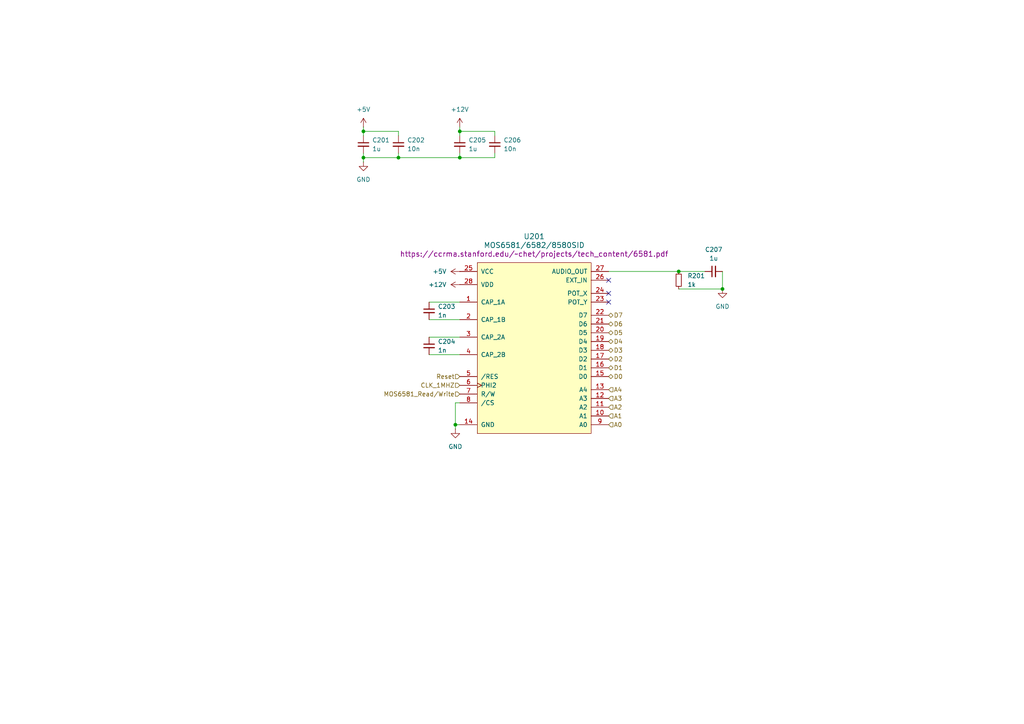
<source format=kicad_sch>
(kicad_sch (version 20231120) (generator "eeschema") (generator_version "8.0")
  (paper "A4")
  (lib_symbols
    (symbol "AOI-sound-MOS6581-6582-8580SID:MOS6581/6582/8580SID" (pin_names (offset 1.016))
      (property "Reference" "U" (at -16.51 25.4 0))
      (property "Value" "MOS6581{slash}6582{slash}8580SID" (at 16.51 25.4 0))
      (symbol "MOS6581/6582/8580SID_0_1"
        (rectangle (start -16.51 24.13) (end 16.51 -25.4) (fill (type background)))
      )
      (symbol "MOS6581/6582/8580SID_1_1"
        (pin passive line (at -21.59 12.7 0) (length 5.08) (name "CAP_1A") (number "1"))
        (pin input line (at 21.59 -20.32 180) (length 5.08) (name "A1") (number "10"))
        (pin input line (at 21.59 -17.78 180) (length 5.08) (name "A2") (number "11"))
        (pin input line (at 21.59 -15.24 180) (length 5.08) (name "A3") (number "12"))
        (pin input line (at 21.59 -12.7 180) (length 5.08) (name "A4") (number "13"))
        (pin power_in line (at -21.59 -22.86 0) (length 5.08) (name "GND") (number "14"))
        (pin bidirectional line (at 21.59 -8.89 180) (length 5.08) (name "D0") (number "15"))
        (pin bidirectional line (at 21.59 -6.35 180) (length 5.08) (name "D1") (number "16"))
        (pin bidirectional line (at 21.59 -3.81 180) (length 5.08) (name "D2") (number "17"))
        (pin bidirectional line (at 21.59 -1.27 180) (length 5.08) (name "D3") (number "18"))
        (pin bidirectional line (at 21.59 1.27 180) (length 5.08) (name "D4") (number "19"))
        (pin passive line (at -21.59 7.62 0) (length 5.08) (name "CAP_1B") (number "2"))
        (pin bidirectional line (at 21.59 3.81 180) (length 5.08) (name "D5") (number "20"))
        (pin bidirectional line (at 21.59 6.35 180) (length 5.08) (name "D6") (number "21"))
        (pin bidirectional line (at 21.59 8.89 180) (length 5.08) (name "D7") (number "22"))
        (pin input line (at 21.59 12.7 180) (length 5.08) (name "POT_Y") (number "23"))
        (pin input line (at 21.59 15.24 180) (length 5.08) (name "POT_X") (number "24"))
        (pin power_in line (at -21.59 21.59 0) (length 5.08) (name "VCC") (number "25"))
        (pin input line (at 21.59 19.05 180) (length 5.08) (name "EXT_IN") (number "26"))
        (pin input line (at 21.59 21.59 180) (length 5.08) (name "AUDIO_OUT") (number "27"))
        (pin power_in line (at -21.59 17.78 0) (length 5.08) (name "VDD") (number "28"))
        (pin passive line (at -21.59 2.54 0) (length 5.08) (name "CAP_2A") (number "3"))
        (pin passive line (at -21.59 -2.54 0) (length 5.08) (name "CAP_2B") (number "4"))
        (pin input line (at -21.59 -8.89 0) (length 5.08) (name "/RES") (number "5"))
        (pin input clock (at -21.59 -11.43 0) (length 5.08) (name "PHI2") (number "6"))
        (pin input line (at -21.59 -13.97 0) (length 5.08) (name "R/W") (number "7"))
        (pin input line (at -21.59 -16.51 0) (length 5.08) (name "/CS") (number "8"))
        (pin input line (at 21.59 -22.86 180) (length 5.08) (name "A0") (number "9"))
      )
    )
    (symbol "Device:C_Small" (pin_numbers hide) (pin_names (offset 0.254) hide)
      (property "Reference" "C" (at 0.254 1.778 0))
      (property "Value" "C_Small" (at 0.254 -2.032 0))
      (symbol "C_Small_0_1"
        (polyline (pts (xy -1.524 -0.508) (xy 1.524 -0.508)) (stroke (width 0.3302)))
        (polyline (pts (xy -1.524 0.508) (xy 1.524 0.508)) (stroke (width 0.3048)))
      )
      (symbol "C_Small_1_1"
        (pin passive line (at 0 2.54 270) (length 2.032) (name "~") (number "1"))
        (pin passive line (at 0 -2.54 90) (length 2.032) (name "~") (number "2"))
      )
    )
    (symbol "Device:R_Small" (pin_numbers hide) (pin_names (offset 0.254) hide)
      (property "Reference" "R" (at 0.762 0.508 0))
      (property "Value" "R_Small" (at 0.762 -1.016 0))
      (symbol "R_Small_0_1"
        (rectangle (start -0.762 1.778) (end 0.762 -1.778) (stroke (width 0.2032)))
      )
      (symbol "R_Small_1_1"
        (pin passive line (at 0 2.54 270) (length 0.762) (name "~") (number "1"))
        (pin passive line (at 0 -2.54 90) (length 0.762) (name "~") (number "2"))
      )
    )
    (symbol "power:+12V" (power) (pin_numbers hide) (pin_names (offset 0) hide)
      (property "Value" "+12V" (at 0 3.556 0))
      (symbol "+12V_0_1"
        (polyline (pts (xy -0.762 1.27) (xy 0 2.54)))
        (polyline (pts (xy 0 0) (xy 0 2.54)))
        (polyline (pts (xy 0 2.54) (xy 0.762 1.27)))
      )
      (symbol "+12V_1_1"
        (pin power_in line (at 0 0 90) (length 0) (name "~") (number "1"))
      )
    )
    (symbol "power:+5V" (power) (pin_numbers hide) (pin_names (offset 0) hide)
      (property "Value" "+5V" (at 0 3.556 0))
      (symbol "+5V_0_1"
        (polyline (pts (xy -0.762 1.27) (xy 0 2.54)))
        (polyline (pts (xy 0 0) (xy 0 2.54)))
        (polyline (pts (xy 0 2.54) (xy 0.762 1.27)))
      )
      (symbol "+5V_1_1"
        (pin power_in line (at 0 0 90) (length 0) (name "~") (number "1"))
      )
    )
    (symbol "power:GND" (power) (pin_numbers hide) (pin_names (offset 0) hide)
      (property "Value" "GND" (at 0 -3.81 0))
      (symbol "GND_0_1"
        (polyline (pts (xy 0 0) (xy 0 -1.27) (xy 1.27 -1.27) (xy 0 -2.54) (xy -1.27 -1.27) (xy 0 -1.27)))
      )
      (symbol "GND_1_1"
        (pin power_in line (at 0 0 270) (length 0) (name "~") (number "1"))
      )
    )
  )
  (junction (at 133.35 38.1))
  (junction (at 133.35 45.72))
  (junction (at 115.57 45.72))
  (junction (at 196.85 78.74))
  (junction (at 209.55 83.82))
  (junction (at 105.41 45.72))
  (junction (at 132.08 123.19))
  (junction (at 105.41 38.1))
  (no_connect (at 176.53 81.28))
  (no_connect (at 176.53 85.09))
  (no_connect (at 176.53 87.63))
  (wire (pts (xy 105.41 45.72) (xy 105.41 46.99)))
  (wire (pts (xy 105.41 36.83) (xy 105.41 38.1)))
  (wire (pts (xy 115.57 45.72) (xy 133.35 45.72)))
  (wire (pts (xy 132.08 124.46) (xy 132.08 123.19)))
  (wire (pts (xy 176.53 78.74) (xy 196.85 78.74)))
  (wire (pts (xy 209.55 78.74) (xy 209.55 83.82)))
  (wire (pts (xy 133.35 38.1) (xy 143.51 38.1)))
  (wire (pts (xy 132.08 123.19) (xy 133.35 123.19)))
  (wire (pts (xy 132.08 116.84) (xy 133.35 116.84)))
  (wire (pts (xy 124.46 87.63) (xy 133.35 87.63)))
  (wire (pts (xy 143.51 39.37) (xy 143.51 38.1)))
  (wire (pts (xy 105.41 38.1) (xy 115.57 38.1)))
  (wire (pts (xy 209.55 83.82) (xy 196.85 83.82)))
  (wire (pts (xy 115.57 39.37) (xy 115.57 38.1)))
  (wire (pts (xy 105.41 45.72) (xy 115.57 45.72)))
  (wire (pts (xy 133.35 38.1) (xy 133.35 39.37)))
  (wire (pts (xy 124.46 102.87) (xy 133.35 102.87)))
  (wire (pts (xy 115.57 44.45) (xy 115.57 45.72)))
  (wire (pts (xy 204.47 78.74) (xy 196.85 78.74)))
  (wire (pts (xy 124.46 97.79) (xy 133.35 97.79)))
  (wire (pts (xy 105.41 44.45) (xy 105.41 45.72)))
  (wire (pts (xy 143.51 44.45) (xy 143.51 45.72)))
  (wire (pts (xy 105.41 38.1) (xy 105.41 39.37)))
  (wire (pts (xy 133.35 45.72) (xy 143.51 45.72)))
  (wire (pts (xy 133.35 44.45) (xy 133.35 45.72)))
  (wire (pts (xy 132.08 123.19) (xy 132.08 116.84)))
  (wire (pts (xy 133.35 36.83) (xy 133.35 38.1)))
  (wire (pts (xy 124.46 92.71) (xy 133.35 92.71)))
  (hierarchical_label "CLK_1MHZ" (shape input) (at 133.35 111.76 180))
  (hierarchical_label "Reset" (shape input) (at 133.35 109.22 180))
  (hierarchical_label "A2" (shape input) (at 176.53 118.11 0))
  (hierarchical_label "D5" (shape bidirectional) (at 176.53 96.52 0))
  (hierarchical_label "D2" (shape bidirectional) (at 176.53 104.14 0))
  (hierarchical_label "A1" (shape input) (at 176.53 120.65 0))
  (hierarchical_label "D6" (shape bidirectional) (at 176.53 93.98 0))
  (hierarchical_label "A0" (shape input) (at 176.53 123.19 0))
  (hierarchical_label "MOS6581_Read{slash}Write" (shape input) (at 133.35 114.3 180))
  (hierarchical_label "D7" (shape bidirectional) (at 176.53 91.44 0))
  (hierarchical_label "D0" (shape bidirectional) (at 176.53 109.22 0))
  (hierarchical_label "A4" (shape input) (at 176.53 113.03 0))
  (hierarchical_label "D1" (shape bidirectional) (at 176.53 106.68 0))
  (hierarchical_label "D3" (shape bidirectional) (at 176.53 101.6 0))
  (hierarchical_label "D4" (shape bidirectional) (at 176.53 99.06 0))
  (hierarchical_label "A3" (shape input) (at 176.53 115.57 0))
  (symbol (lib_id "power:GND") (at 105.41 46.99 0) (unit 1)
    (property "Reference" "#PWR0202" (effects (hide yes)))
    (property "Value" "GND" (at 105.41 52.07 0))
    (property "Description" "Power symbol creates a global label with name \"GND\" , ground" (effects (hide yes)))
  )
  (symbol (lib_id "Device:C_Small") (at 207.01 78.74 90) (unit 1)
    (property "Reference" "C207" (at 207.0163 72.39 90))
    (property "Value" "1u" (at 207.0163 74.93 90))
    (property "Footprint" "Capacitor_SMD:C_0402_1005Metric" (effects (hide yes)))
    (property "Description" "Unpolarized capacitor, small symbol" (effects (hide yes)))
  )
  (symbol (lib_id "power:+5V") (at 105.41 36.83 0) (unit 1)
    (property "Reference" "#PWR0201" (effects (hide yes)))
    (property "Value" "+5V" (at 105.41 31.75 0))
    (property "Description" "Power symbol creates a global label with name \"+5V\"" (effects (hide yes)))
  )
  (symbol (lib_id "Device:C_Small") (at 124.46 100.33 0) (unit 1)
    (property "Reference" "C204" (at 127 99.0662 0) (effects (justify left)))
    (property "Value" "1n" (at 127 101.6062 0) (effects (justify left)))
    (property "Footprint" "Capacitor_SMD:C_0402_1005Metric" (effects (hide yes)))
    (property "Description" "Unpolarized capacitor, small symbol" (effects (hide yes)))
  )
  (symbol (lib_id "Device:R_Small") (at 196.85 81.28 0) (unit 1)
    (property "Reference" "R201" (at 199.39 80.0099 0) (effects (justify left)))
    (property "Value" "1k" (at 199.39 82.5499 0) (effects (justify left)))
    (property "Footprint" "Resistor_SMD:R_0402_1005Metric" (effects (hide yes)))
    (property "Description" "Resistor, small symbol" (effects (hide yes)))
  )
  (symbol (lib_id "power:+12V") (at 133.35 36.83 0) (unit 1)
    (property "Reference" "#PWR0204" (effects (hide yes)))
    (property "Value" "+12V" (at 133.35 31.75 0))
    (property "Description" "Power symbol creates a global label with name \"+12V\"" (effects (hide yes)))
  )
  (symbol (lib_id "AOI-sound-MOS6581-6582-8580SID:MOS6581/6582/8580SID") (at 154.94 100.33 0) (unit 1)
    (property "Reference" "U201" (at 154.94 68.58 0) (effects (font (size 1.524 1.524))))
    (property "Value" "MOS6581/6582/8580SID" (at 154.94 71.12 0) (effects (font (size 1.524 1.524))))
    (property "Footprint" "Housings_DIP:DIP-28_W15.24mm_Socket" (effects (hide yes)))
    (property "Datasheet" "https://ccrma.stanford.edu/~chet/projects/tech_content/6581.pdf" (at 154.94 73.66 0) (effects (font (size 1.524 1.524))))
  )
  (symbol (lib_id "Device:C_Small") (at 115.57 41.91 0) (unit 1)
    (property "Reference" "C202" (at 118.11 40.6462 0) (effects (justify left)))
    (property "Value" "10n" (at 118.11 43.1862 0) (effects (justify left)))
    (property "Footprint" "Capacitor_SMD:C_0402_1005Metric" (effects (hide yes)))
    (property "Description" "Unpolarized capacitor, small symbol" (effects (hide yes)))
  )
  (symbol (lib_id "power:+5V") (at 133.35 78.74 90) (unit 1)
    (property "Reference" "#PWR0205" (effects (hide yes)))
    (property "Value" "+5V" (at 129.54 78.7399 90) (effects (justify left)))
    (property "Description" "Power symbol creates a global label with name \"+5V\"" (effects (hide yes)))
  )
  (symbol (lib_id "Device:C_Small") (at 124.46 90.17 0) (unit 1)
    (property "Reference" "C203" (at 127 88.9062 0) (effects (justify left)))
    (property "Value" "1n" (at 127 91.4462 0) (effects (justify left)))
    (property "Footprint" "Capacitor_SMD:C_0402_1005Metric" (effects (hide yes)))
    (property "Description" "Unpolarized capacitor, small symbol" (effects (hide yes)))
  )
  (symbol (lib_id "power:GND") (at 132.08 124.46 0) (unit 1)
    (property "Reference" "#PWR0203" (effects (hide yes)))
    (property "Value" "GND" (at 132.08 129.54 0))
    (property "Description" "Power symbol creates a global label with name \"GND\" , ground" (effects (hide yes)))
  )
  (symbol (lib_id "Device:C_Small") (at 143.51 41.91 0) (unit 1)
    (property "Reference" "C206" (at 146.05 40.6462 0) (effects (justify left)))
    (property "Value" "10n" (at 146.05 43.1862 0) (effects (justify left)))
    (property "Footprint" "Capacitor_SMD:C_0402_1005Metric" (effects (hide yes)))
    (property "Description" "Unpolarized capacitor, small symbol" (effects (hide yes)))
  )
  (symbol (lib_id "power:GND") (at 209.55 83.82 0) (unit 1)
    (property "Reference" "#PWR0207" (effects (hide yes)))
    (property "Value" "GND" (at 209.55 88.9 0))
    (property "Description" "Power symbol creates a global label with name \"GND\" , ground" (effects (hide yes)))
  )
  (symbol (lib_id "Device:C_Small") (at 105.41 41.91 0) (unit 1)
    (property "Reference" "C201" (at 107.95 40.6462 0) (effects (justify left)))
    (property "Value" "1u" (at 107.95 43.1862 0) (effects (justify left)))
    (property "Footprint" "Capacitor_SMD:C_0402_1005Metric" (effects (hide yes)))
    (property "Description" "Unpolarized capacitor, small symbol" (effects (hide yes)))
  )
  (symbol (lib_id "Device:C_Small") (at 133.35 41.91 0) (unit 1)
    (property "Reference" "C205" (at 135.89 40.6462 0) (effects (justify left)))
    (property "Value" "1u" (at 135.89 43.1862 0) (effects (justify left)))
    (property "Footprint" "Capacitor_SMD:C_0402_1005Metric" (effects (hide yes)))
    (property "Description" "Unpolarized capacitor, small symbol" (effects (hide yes)))
  )
  (symbol (lib_id "power:+12V") (at 133.35 82.55 90) (unit 1)
    (property "Reference" "#PWR0206" (effects (hide yes)))
    (property "Value" "+12V" (at 129.54 82.5499 90) (effects (justify left)))
    (property "Description" "Power symbol creates a global label with name \"+12V\"" (effects (hide yes)))
  )
)
</source>
